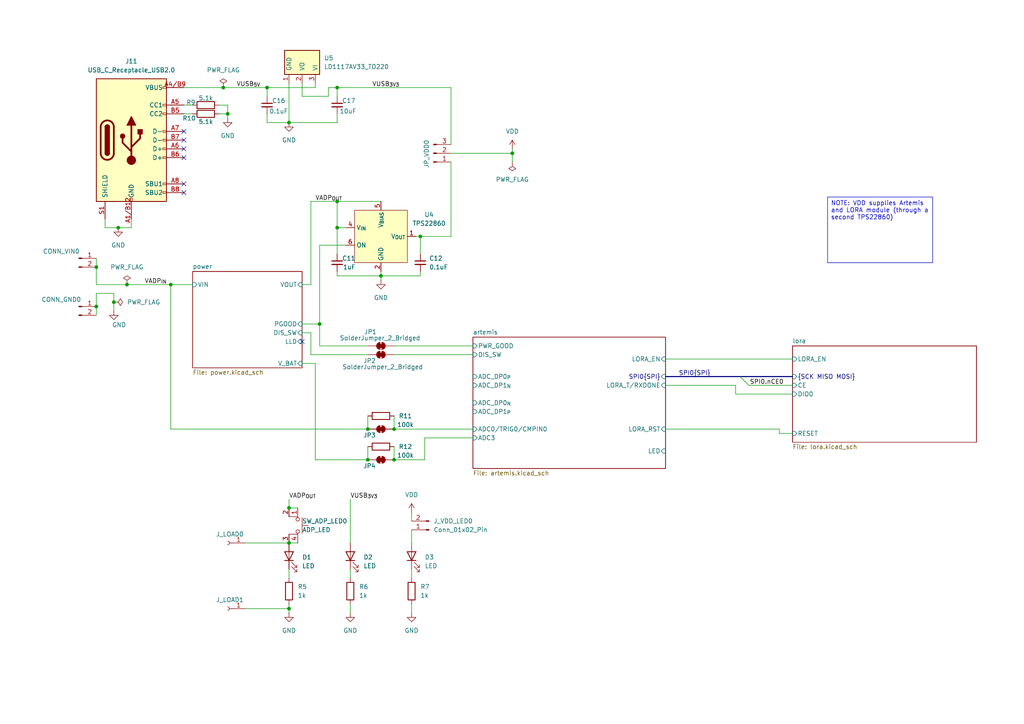
<source format=kicad_sch>
(kicad_sch (version 20231120) (generator "eeschema") (generator_version "8.0")
  (paper "A4")
  (lib_symbols
    (symbol "Connector:Conn_01x01_Socket" (pin_names (offset 1.016) hide)
      (property "Reference" "J" (at 0 2.54 0))
      (property "Value" "Conn_01x01_Socket" (at 0 -2.54 0))
      (symbol "Conn_01x01_Socket_1_1"
        (polyline (pts (xy -1.27 0) (xy -0.508 0)) (stroke (width 0.1524)))
        (arc (start 0 0.508) (mid -0.5058 0) (end 0 -0.508) (stroke (width 0.1524)))
        (pin passive line (at -5.08 0 0) (length 3.81) (name "Pin_1") (number "1"))
      )
    )
    (symbol "Connector:Conn_01x02_Pin" (pin_names (offset 1.016) hide)
      (property "Reference" "J" (at 0 2.54 0))
      (property "Value" "Conn_01x02_Pin" (at 0 -5.08 0))
      (symbol "Conn_01x02_Pin_1_1"
        (polyline (pts (xy 1.27 -2.54) (xy 0.8636 -2.54)) (stroke (width 0.1524)))
        (polyline (pts (xy 1.27 0) (xy 0.8636 0)) (stroke (width 0.1524)))
        (rectangle (start 0.8636 -2.413) (end 0 -2.667) (stroke (width 0.1524)) (fill (type outline)))
        (rectangle (start 0.8636 0.127) (end 0 -0.127) (stroke (width 0.1524)) (fill (type outline)))
        (pin passive line (at 5.08 0 180) (length 3.81) (name "Pin_1") (number "1"))
        (pin passive line (at 5.08 -2.54 180) (length 3.81) (name "Pin_2") (number "2"))
      )
    )
    (symbol "Connector:Conn_01x03_Pin" (pin_names (offset 1.016) hide)
      (property "Reference" "J" (at 0 5.08 0))
      (property "Value" "Conn_01x03_Pin" (at 0 -5.08 0))
      (symbol "Conn_01x03_Pin_1_1"
        (polyline (pts (xy 1.27 -2.54) (xy 0.8636 -2.54)) (stroke (width 0.1524)))
        (polyline (pts (xy 1.27 0) (xy 0.8636 0)) (stroke (width 0.1524)))
        (polyline (pts (xy 1.27 2.54) (xy 0.8636 2.54)) (stroke (width 0.1524)))
        (rectangle (start 0.8636 -2.413) (end 0 -2.667) (stroke (width 0.1524)) (fill (type outline)))
        (rectangle (start 0.8636 0.127) (end 0 -0.127) (stroke (width 0.1524)) (fill (type outline)))
        (rectangle (start 0.8636 2.667) (end 0 2.413) (stroke (width 0.1524)) (fill (type outline)))
        (pin passive line (at 5.08 2.54 180) (length 3.81) (name "Pin_1") (number "1"))
        (pin passive line (at 5.08 0 180) (length 3.81) (name "Pin_2") (number "2"))
        (pin passive line (at 5.08 -2.54 180) (length 3.81) (name "Pin_3") (number "3"))
      )
    )
    (symbol "Device:C_Small" (pin_numbers hide) (pin_names (offset 0.254) hide)
      (property "Reference" "C" (at 0.254 1.778 0))
      (property "Value" "C_Small" (at 0.254 -2.032 0))
      (symbol "C_Small_0_1"
        (polyline (pts (xy -1.524 -0.508) (xy 1.524 -0.508)) (stroke (width 0.3302)))
        (polyline (pts (xy -1.524 0.508) (xy 1.524 0.508)) (stroke (width 0.3048)))
      )
      (symbol "C_Small_1_1"
        (pin passive line (at 0 2.54 270) (length 2.032) (name "~") (number "1"))
        (pin passive line (at 0 -2.54 90) (length 2.032) (name "~") (number "2"))
      )
    )
    (symbol "Device:LED" (pin_numbers hide) (pin_names (offset 1.016) hide)
      (property "Reference" "D" (at 0 2.54 0))
      (property "Value" "LED" (at 0 -2.54 0))
      (symbol "LED_0_1"
        (polyline (pts (xy -1.27 -1.27) (xy -1.27 1.27)) (stroke (width 0.254)))
        (polyline (pts (xy -1.27 0) (xy 1.27 0)))
        (polyline (pts (xy 1.27 -1.27) (xy 1.27 1.27) (xy -1.27 0) (xy 1.27 -1.27)) (stroke (width 0.254)))
        (polyline (pts (xy -3.048 -0.762) (xy -4.572 -2.286) (xy -3.81 -2.286) (xy -4.572 -2.286) (xy -4.572 -1.524)))
        (polyline (pts (xy -1.778 -0.762) (xy -3.302 -2.286) (xy -2.54 -2.286) (xy -3.302 -2.286) (xy -3.302 -1.524)))
      )
      (symbol "LED_1_1"
        (pin passive line (at -3.81 0 0) (length 2.54) (name "K") (number "1"))
        (pin passive line (at 3.81 0 180) (length 2.54) (name "A") (number "2"))
      )
    )
    (symbol "Device:R" (pin_numbers hide) (pin_names (offset 0))
      (property "Reference" "R" (at 2.032 0 90))
      (property "Value" "R" (at 0 0 90))
      (symbol "R_0_1"
        (rectangle (start -1.016 -2.54) (end 1.016 2.54) (stroke (width 0.254)))
      )
      (symbol "R_1_1"
        (pin passive line (at 0 3.81 270) (length 1.27) (name "~") (number "1"))
        (pin passive line (at 0 -3.81 90) (length 1.27) (name "~") (number "2"))
      )
    )
    (symbol "Jumper:SolderJumper_2_Bridged" (pin_numbers hide) (pin_names (offset 0) hide) (exclude_from_sim yes) (in_bom no)
      (property "Reference" "JP" (at 0 2.032 0))
      (property "Value" "SolderJumper_2_Bridged" (at 0 -2.54 0))
      (symbol "SolderJumper_2_Bridged_0_1"
        (rectangle (start -0.508 0.508) (end 0.508 -0.508) (fill (type outline)))
        (arc (start -0.254 1.016) (mid -1.2656 0) (end -0.254 -1.016))
        (arc (start -0.254 1.016) (mid -1.2656 0) (end -0.254 -1.016) (fill (type outline)))
        (polyline (pts (xy -0.254 1.016) (xy -0.254 -1.016)))
        (polyline (pts (xy 0.254 1.016) (xy 0.254 -1.016)))
        (arc (start 0.254 -1.016) (mid 1.2656 0) (end 0.254 1.016))
        (arc (start 0.254 -1.016) (mid 1.2656 0) (end 0.254 1.016) (fill (type outline)))
      )
      (symbol "SolderJumper_2_Bridged_1_1"
        (pin passive line (at -3.81 0 0) (length 2.54) (name "A") (number "1"))
        (pin passive line (at 3.81 0 180) (length 2.54) (name "B") (number "2"))
      )
    )
    (symbol "Marcano_Connector:USB_C_Receptacle_USB2.0" (pin_names (offset 1.016))
      (property "Reference" "J" (at -10.16 19.05 0))
      (property "Value" "USB_C_Receptacle_USB2.0" (at 19.05 19.05 0))
      (symbol "USB_C_Receptacle_USB2.0_0_0"
        (rectangle (start -0.254 -17.78) (end 0.254 -16.764))
        (rectangle (start 10.16 -14.986) (end 9.144 -15.494))
        (rectangle (start 10.16 -12.446) (end 9.144 -12.954))
        (rectangle (start 10.16 -4.826) (end 9.144 -5.334))
        (rectangle (start 10.16 -2.286) (end 9.144 -2.794))
        (rectangle (start 10.16 0.254) (end 9.144 -0.254))
        (rectangle (start 10.16 2.794) (end 9.144 2.286))
        (rectangle (start 10.16 7.874) (end 9.144 7.366))
        (rectangle (start 10.16 10.414) (end 9.144 9.906))
        (rectangle (start 10.16 15.494) (end 9.144 14.986))
      )
      (symbol "USB_C_Receptacle_USB2.0_0_1"
        (rectangle (start -10.16 17.78) (end 10.16 -17.78) (stroke (width 0.254)) (fill (type background)))
        (arc (start -8.89 -3.81) (mid -6.985 -5.7067) (end -5.08 -3.81) (stroke (width 0.508)))
        (arc (start -7.62 -3.81) (mid -6.985 -4.4423) (end -6.35 -3.81) (stroke (width 0.254)))
        (arc (start -7.62 -3.81) (mid -6.985 -4.4423) (end -6.35 -3.81) (stroke (width 0.254)) (fill (type outline)))
        (rectangle (start -7.62 -3.81) (end -6.35 3.81) (stroke (width 0.254)) (fill (type outline)))
        (arc (start -6.35 3.81) (mid -6.985 4.4423) (end -7.62 3.81) (stroke (width 0.254)))
        (arc (start -6.35 3.81) (mid -6.985 4.4423) (end -7.62 3.81) (stroke (width 0.254)) (fill (type outline)))
        (arc (start -5.08 3.81) (mid -6.985 5.7067) (end -8.89 3.81) (stroke (width 0.508)))
        (circle (center -2.54 1.143) (radius 0.635) (stroke (width 0.254)) (fill (type outline)))
        (circle (center 0 -5.842) (radius 1.27) (fill (type outline)))
        (polyline (pts (xy -8.89 -3.81) (xy -8.89 3.81)) (stroke (width 0.508)))
        (polyline (pts (xy -5.08 3.81) (xy -5.08 -3.81)) (stroke (width 0.508)))
        (polyline (pts (xy 0 -5.842) (xy 0 4.318)) (stroke (width 0.508)))
        (polyline (pts (xy 0 -3.302) (xy -2.54 -0.762) (xy -2.54 0.508)) (stroke (width 0.508)))
        (polyline (pts (xy 0 -2.032) (xy 2.54 0.508) (xy 2.54 1.778)) (stroke (width 0.508)))
        (polyline (pts (xy -1.27 4.318) (xy 0 6.858) (xy 1.27 4.318) (xy -1.27 4.318)) (stroke (width 0.254)) (fill (type outline)))
        (rectangle (start 1.905 1.778) (end 3.175 3.048) (stroke (width 0.254)) (fill (type outline)))
      )
      (symbol "USB_C_Receptacle_USB2.0_1_1"
        (pin passive line (at 0 -22.86 90) (length 5.08) (name "GND") (number "A1/B12"))
        (pin passive line (at 0 -22.86 90) (length 5.08) hide (name "GND") (number "A12/B1"))
        (pin passive line (at 15.24 15.24 180) (length 5.08) (name "VBUS") (number "A4/B9"))
        (pin bidirectional line (at 15.24 10.16 180) (length 5.08) (name "CC1") (number "A5"))
        (pin bidirectional line (at 15.24 -2.54 180) (length 5.08) (name "D+") (number "A6"))
        (pin bidirectional line (at 15.24 2.54 180) (length 5.08) (name "D-") (number "A7"))
        (pin bidirectional line (at 15.24 -12.7 180) (length 5.08) (name "SBU1") (number "A8"))
        (pin passive line (at 15.24 15.24 180) (length 5.08) hide (name "VBUS") (number "A9/B4"))
        (pin bidirectional line (at 15.24 7.62 180) (length 5.08) (name "CC2") (number "B5"))
        (pin bidirectional line (at 15.24 -5.08 180) (length 5.08) (name "D+") (number "B6"))
        (pin bidirectional line (at 15.24 0 180) (length 5.08) (name "D-") (number "B7"))
        (pin bidirectional line (at 15.24 -15.24 180) (length 5.08) (name "SBU2") (number "B8"))
        (pin passive line (at -7.62 -22.86 90) (length 5.08) (name "SHIELD") (number "S1"))
      )
    )
    (symbol "Marcano_Voltage_Regulator:LD1117AV33_TO220" (pin_names (offset 1.016))
      (property "Reference" "U" (at -3.81 3.81 0))
      (property "Value" "LD1117AV33_TO220" (at 10.16 3.81 0))
      (symbol "LD1117AV33_TO220_1_1"
        (rectangle (start -5.08 -5.08) (end 5.08 1.905) (stroke (width 0.254)) (fill (type background)))
        (pin power_in line (at -3.81 -7.62 90) (length 2.54) (name "GND") (number "1"))
        (pin power_out line (at 0 -7.62 90) (length 2.54) (name "VO") (number "2"))
        (pin power_in line (at 3.81 -7.62 90) (length 2.54) (name "VI") (number "3"))
      )
    )
    (symbol "Marcano_Voltage_Regulator:TPS22860"
      (property "Reference" "U" (at 0 0 0))
      (property "Value" "TPS22860" (at -7.62 12.7 0))
      (symbol "TPS22860_1_1"
        (rectangle (start -7.62 7.62) (end 7.62 -7.62) (fill (type background)))
        (pin passive line (at 10.16 0 180) (length 2.54) (name "V_{OUT}") (number "1"))
        (pin power_in line (at 0 -10.16 90) (length 2.54) (name "GND") (number "2"))
        (pin no_connect line (at 10.16 -2.54 180) (length 2.54) hide (name "") (number "3"))
        (pin passive line (at -10.16 2.54 0) (length 2.54) (name "V_{IN}") (number "4"))
        (pin power_in line (at 0 10.16 270) (length 2.54) (name "V_{BIAS}") (number "5"))
        (pin input line (at -10.16 -2.54 0) (length 2.54) (name "ON") (number "6"))
      )
    )
    (symbol "Switch:SW_MEC_5E" (pin_names (offset 1.016) hide)
      (property "Reference" "SW" (at 0.635 5.715 0))
      (property "Value" "SW_MEC_5E" (at 0 -3.175 0))
      (symbol "SW_MEC_5E_0_1"
        (circle (center -1.778 2.54) (radius 0.508))
        (polyline (pts (xy -2.286 3.81) (xy 2.286 3.81)))
        (polyline (pts (xy 0 3.81) (xy 0 5.588)))
        (polyline (pts (xy -2.54 0) (xy -2.54 2.54) (xy -2.286 2.54)))
        (polyline (pts (xy 2.54 0) (xy 2.54 2.54) (xy 2.286 2.54)))
        (circle (center 1.778 2.54) (radius 0.508))
        (pin passive line (at -5.08 2.54 0) (length 2.54) (name "1") (number "1"))
        (pin passive line (at -5.08 0 0) (length 2.54) (name "2") (number "2"))
        (pin passive line (at 5.08 0 180) (length 2.54) (name "K") (number "3"))
        (pin passive line (at 5.08 2.54 180) (length 2.54) (name "A") (number "4"))
      )
    )
    (symbol "power:GND" (power) (pin_numbers hide) (pin_names (offset 0) hide)
      (property "Value" "GND" (at 0 -3.81 0))
      (symbol "GND_0_1"
        (polyline (pts (xy 0 0) (xy 0 -1.27) (xy 1.27 -1.27) (xy 0 -2.54) (xy -1.27 -1.27) (xy 0 -1.27)))
      )
      (symbol "GND_1_1"
        (pin power_in line (at 0 0 270) (length 0) (name "~") (number "1"))
      )
    )
    (symbol "power:PWR_FLAG" (power) (pin_numbers hide) (pin_names (offset 0) hide)
      (property "Value" "PWR_FLAG" (at 0 3.81 0))
      (symbol "PWR_FLAG_0_0"
        (pin power_out line (at 0 0 90) (length 0) (name "~") (number "1"))
      )
      (symbol "PWR_FLAG_0_1"
        (polyline (pts (xy 0 0) (xy 0 1.27) (xy -1.016 1.905) (xy 0 2.54) (xy 1.016 1.905) (xy 0 1.27)))
      )
    )
    (symbol "power:VDD" (power) (pin_numbers hide) (pin_names (offset 0) hide)
      (property "Value" "VDD" (at 0 3.556 0))
      (symbol "VDD_0_1"
        (polyline (pts (xy -0.762 1.27) (xy 0 2.54)))
        (polyline (pts (xy 0 0) (xy 0 2.54)))
        (polyline (pts (xy 0 2.54) (xy 0.762 1.27)))
      )
      (symbol "VDD_1_1"
        (pin power_in line (at 0 0 90) (length 0) (name "~") (number "1"))
      )
    )
  )
  (junction (at 83.82 147.32))
  (junction (at 36.83 82.55))
  (junction (at 148.59 44.45))
  (junction (at 83.82 35.56))
  (junction (at 64.77 25.4))
  (junction (at 106.68 133.35))
  (junction (at 92.71 93.98))
  (junction (at 83.82 157.48))
  (junction (at 110.49 80.01))
  (junction (at 27.94 77.47))
  (junction (at 114.3 124.46))
  (junction (at 83.82 176.53))
  (junction (at 33.02 87.63))
  (junction (at 97.79 66.04))
  (junction (at 97.79 58.42))
  (junction (at 66.04 33.02))
  (junction (at 114.3 133.35))
  (junction (at 77.47 25.4))
  (junction (at 121.92 68.58))
  (junction (at 34.29 66.04))
  (junction (at 106.68 124.46))
  (junction (at 97.79 25.4))
  (junction (at 27.94 88.9))
  (junction (at 49.53 82.55))
  (no_connect (at 53.34 40.64))
  (no_connect (at 53.34 43.18))
  (no_connect (at 87.63 99.06))
  (no_connect (at 53.34 38.1))
  (no_connect (at 53.34 53.34))
  (no_connect (at 53.34 55.88))
  (no_connect (at 53.34 45.72))
  (bus_entry (at 214.63 109.22) (size 2.54 2.54))
  (wire (pts (xy 110.49 80.01) (xy 121.92 80.01)))
  (wire (pts (xy 92.71 100.33) (xy 106.68 100.33)))
  (wire (pts (xy 114.3 120.65) (xy 114.3 124.46)))
  (wire (pts (xy 106.68 120.65) (xy 106.68 124.46)))
  (wire (pts (xy 97.79 58.42) (xy 110.49 58.42)))
  (wire (pts (xy 63.5 30.48) (xy 66.04 30.48)))
  (wire (pts (xy 83.82 35.56) (xy 97.79 35.56)))
  (bus (pts (xy 193.04 109.22) (xy 214.63 109.22)))
  (wire (pts (xy 77.47 25.4) (xy 77.47 27.94)))
  (wire (pts (xy 77.47 35.56) (xy 83.82 35.56)))
  (wire (pts (xy 226.06 124.46) (xy 226.06 125.73)))
  (wire (pts (xy 114.3 129.54) (xy 114.3 133.35)))
  (wire (pts (xy 33.02 85.09) (xy 33.02 87.63)))
  (wire (pts (xy 83.82 147.32) (xy 86.36 147.32)))
  (wire (pts (xy 95.25 25.4) (xy 97.79 25.4)))
  (wire (pts (xy 83.82 165.1) (xy 83.82 167.64)))
  (wire (pts (xy 92.71 71.12) (xy 92.71 93.98)))
  (wire (pts (xy 130.81 46.99) (xy 130.81 68.58)))
  (wire (pts (xy 30.48 66.04) (xy 34.29 66.04)))
  (wire (pts (xy 101.6 175.26) (xy 101.6 177.8)))
  (wire (pts (xy 106.68 129.54) (xy 106.68 133.35)))
  (wire (pts (xy 120.65 68.58) (xy 121.92 68.58)))
  (wire (pts (xy 119.38 175.26) (xy 119.38 177.8)))
  (wire (pts (xy 121.92 68.58) (xy 121.92 73.66)))
  (wire (pts (xy 53.34 33.02) (xy 55.88 33.02)))
  (wire (pts (xy 110.49 80.01) (xy 110.49 78.74)))
  (wire (pts (xy 87.63 82.55) (xy 90.17 82.55)))
  (wire (pts (xy 71.12 176.53) (xy 83.82 176.53)))
  (wire (pts (xy 121.92 78.74) (xy 121.92 80.01)))
  (wire (pts (xy 83.82 157.48) (xy 71.12 157.48)))
  (wire (pts (xy 130.81 25.4) (xy 130.81 41.91)))
  (wire (pts (xy 119.38 153.67) (xy 119.38 157.48)))
  (wire (pts (xy 34.29 66.04) (xy 38.1 66.04)))
  (wire (pts (xy 53.34 25.4) (xy 64.77 25.4)))
  (wire (pts (xy 27.94 88.9) (xy 27.94 85.09)))
  (wire (pts (xy 63.5 33.02) (xy 66.04 33.02)))
  (wire (pts (xy 110.49 80.01) (xy 97.79 80.01)))
  (wire (pts (xy 30.48 63.5) (xy 30.48 66.04)))
  (wire (pts (xy 114.3 100.33) (xy 137.16 100.33)))
  (wire (pts (xy 114.3 133.35) (xy 123.19 133.35)))
  (wire (pts (xy 91.44 133.35) (xy 106.68 133.35)))
  (wire (pts (xy 66.04 30.48) (xy 66.04 33.02)))
  (wire (pts (xy 130.81 44.45) (xy 148.59 44.45)))
  (wire (pts (xy 87.63 96.52) (xy 90.17 96.52)))
  (wire (pts (xy 97.79 66.04) (xy 97.79 73.66)))
  (wire (pts (xy 193.04 124.46) (xy 226.06 124.46)))
  (wire (pts (xy 90.17 96.52) (xy 90.17 102.87)))
  (wire (pts (xy 77.47 25.4) (xy 91.44 25.4)))
  (wire (pts (xy 137.16 102.87) (xy 114.3 102.87)))
  (wire (pts (xy 83.82 176.53) (xy 83.82 177.8)))
  (wire (pts (xy 83.82 157.48) (xy 86.36 157.48)))
  (wire (pts (xy 213.36 114.3) (xy 229.87 114.3)))
  (wire (pts (xy 101.6 144.78) (xy 101.6 157.48)))
  (wire (pts (xy 100.33 71.12) (xy 92.71 71.12)))
  (wire (pts (xy 33.02 87.63) (xy 33.02 90.17)))
  (wire (pts (xy 92.71 93.98) (xy 92.71 100.33)))
  (wire (pts (xy 38.1 66.04) (xy 38.1 63.5)))
  (wire (pts (xy 83.82 144.78) (xy 83.82 147.32)))
  (wire (pts (xy 114.3 124.46) (xy 137.16 124.46)))
  (wire (pts (xy 77.47 33.02) (xy 77.47 35.56)))
  (wire (pts (xy 87.63 27.94) (xy 95.25 27.94)))
  (wire (pts (xy 87.63 24.13) (xy 87.63 27.94)))
  (wire (pts (xy 27.94 85.09) (xy 33.02 85.09)))
  (wire (pts (xy 106.68 124.46) (xy 49.53 124.46)))
  (wire (pts (xy 121.92 68.58) (xy 130.81 68.58)))
  (wire (pts (xy 97.79 25.4) (xy 130.81 25.4)))
  (wire (pts (xy 90.17 58.42) (xy 97.79 58.42)))
  (wire (pts (xy 27.94 82.55) (xy 36.83 82.55)))
  (wire (pts (xy 123.19 133.35) (xy 123.19 127)))
  (wire (pts (xy 83.82 24.13) (xy 83.82 35.56)))
  (wire (pts (xy 66.04 33.02) (xy 66.04 34.29)))
  (wire (pts (xy 97.79 25.4) (xy 97.79 27.94)))
  (wire (pts (xy 97.79 33.02) (xy 97.79 35.56)))
  (wire (pts (xy 87.63 93.98) (xy 92.71 93.98)))
  (wire (pts (xy 193.04 104.14) (xy 229.87 104.14)))
  (bus (pts (xy 229.87 109.22) (xy 214.63 109.22)))
  (wire (pts (xy 27.94 74.93) (xy 27.94 77.47)))
  (wire (pts (xy 101.6 165.1) (xy 101.6 167.64)))
  (wire (pts (xy 97.79 66.04) (xy 100.33 66.04)))
  (wire (pts (xy 226.06 125.73) (xy 229.87 125.73)))
  (wire (pts (xy 27.94 88.9) (xy 27.94 91.44)))
  (wire (pts (xy 53.34 30.48) (xy 55.88 30.48)))
  (wire (pts (xy 123.19 127) (xy 137.16 127)))
  (wire (pts (xy 97.79 80.01) (xy 97.79 78.74)))
  (wire (pts (xy 148.59 43.18) (xy 148.59 44.45)))
  (wire (pts (xy 217.17 111.76) (xy 229.87 111.76)))
  (wire (pts (xy 91.44 25.4) (xy 91.44 24.13)))
  (wire (pts (xy 193.04 111.76) (xy 213.36 111.76)))
  (wire (pts (xy 119.38 165.1) (xy 119.38 167.64)))
  (wire (pts (xy 119.38 148.59) (xy 119.38 151.13)))
  (wire (pts (xy 49.53 82.55) (xy 55.88 82.55)))
  (wire (pts (xy 90.17 82.55) (xy 90.17 58.42)))
  (wire (pts (xy 90.17 102.87) (xy 106.68 102.87)))
  (wire (pts (xy 64.77 25.4) (xy 77.47 25.4)))
  (wire (pts (xy 91.44 105.41) (xy 91.44 133.35)))
  (wire (pts (xy 83.82 175.26) (xy 83.82 176.53)))
  (wire (pts (xy 97.79 58.42) (xy 97.79 66.04)))
  (wire (pts (xy 87.63 105.41) (xy 91.44 105.41)))
  (wire (pts (xy 148.59 44.45) (xy 148.59 46.99)))
  (wire (pts (xy 27.94 77.47) (xy 27.94 82.55)))
  (wire (pts (xy 49.53 124.46) (xy 49.53 82.55)))
  (wire (pts (xy 213.36 111.76) (xy 213.36 114.3)))
  (wire (pts (xy 95.25 27.94) (xy 95.25 25.4)))
  (wire (pts (xy 110.49 81.28) (xy 110.49 80.01)))
  (wire (pts (xy 36.83 82.55) (xy 49.53 82.55)))
  (text_box "NOTE: VDD supplies Artemis and LORA module (through a second TPS22860)" (at 240.03 57.15 0) (size 30.48 19.05) (effects (font (size 1.27 1.27)) (justify left top)))
  (label "VADP_{OUT}" (at 83.82 144.78 0))
  (label "VADP_{OUT}" (at 91.44 58.42 0))
  (label "VUSB_{3V3}" (at 101.6 144.78 0))
  (label "SPI0{SPI}" (at 196.85 109.22 0))
  (label "VUSB_{5V}" (at 68.58 25.4 0))
  (label "VADP_{IN}" (at 41.91 82.55 0))
  (label "VUSB_{3V3}" (at 107.95 25.4 0))
  (label "SPI0.nCE0" (at 227.33 111.76 180))
  (symbol (lib_id "power:GND") (at 83.82 35.56 0) (unit 1)
    (property "Reference" "#PWR045" (effects (hide yes)))
    (property "Value" "GND" (at 83.82 40.64 0))
    (property "Description" "Power symbol creates a global label with name \"GND\" , ground" (effects (hide yes)))
  )
  (symbol (lib_id "Device:R") (at 59.69 33.02 90) (unit 1)
    (property "Reference" "R10" (at 54.864 34.29 90))
    (property "Value" "5.1k" (at 59.69 35.306 90))
    (property "Footprint" "Resistor_SMD:R_0603_1608Metric_Pad0.98x0.95mm_HandSolder" (effects (hide yes)))
    (property "Description" "Resistor" (effects (hide yes)))
  )
  (symbol (lib_id "power:VDD") (at 119.38 148.59 0) (unit 1)
    (property "Reference" "#PWR040" (effects (hide yes)))
    (property "Value" "VDD" (at 119.38 143.51 0))
    (property "Description" "Power symbol creates a global label with name \"VDD\"" (effects (hide yes)))
  )
  (symbol (lib_id "power:VDD") (at 148.59 43.18 0) (unit 1)
    (property "Reference" "#PWR037" (effects (hide yes)))
    (property "Value" "VDD" (at 148.59 38.1 0))
    (property "Description" "Power symbol creates a global label with name \"VDD\"" (effects (hide yes)))
  )
  (symbol (lib_id "power:PWR_FLAG") (at 64.77 25.4 0) (unit 1)
    (property "Reference" "#FLG010" (effects (hide yes)))
    (property "Value" "PWR_FLAG" (at 64.77 20.32 0))
    (property "Description" "Special symbol for telling ERC where power comes from" (effects (hide yes)))
  )
  (symbol (lib_id "power:GND") (at 101.6 177.8 0) (unit 1)
    (property "Reference" "#PWR019" (effects (hide yes)))
    (property "Value" "GND" (at 101.6 182.88 0))
    (property "Description" "Power symbol creates a global label with name \"GND\" , ground" (effects (hide yes)))
  )
  (symbol (lib_id "power:GND") (at 119.38 177.8 0) (unit 1)
    (property "Reference" "#PWR039" (effects (hide yes)))
    (property "Value" "GND" (at 119.38 182.88 0))
    (property "Description" "Power symbol creates a global label with name \"GND\" , ground" (effects (hide yes)))
  )
  (symbol (lib_id "Jumper:SolderJumper_2_Bridged") (at 110.49 133.35 0) (unit 1) (exclude_from_sim yes) (in_bom no)
    (property "Reference" "JP4" (at 107.188 135.128 0))
    (property "Value" "SolderJumper_2_Bridged" (effects (hide yes)))
    (property "Footprint" "Jumper:SolderJumper-2_P1.3mm_Bridged_RoundedPad1.0x1.5mm" (effects (hide yes)))
    (property "Description" "Solder Jumper, 2-pole, closed/bridged" (effects (hide yes)))
  )
  (symbol (lib_id "Connector:Conn_01x01_Socket") (at 66.04 176.53 180) (unit 1)
    (property "Reference" "J_LOAD1" (at 66.675 173.99 0))
    (property "Value" "Conn_01x01_Socket" (effects (hide yes)))
    (property "Footprint" "Connector_PinSocket_2.54mm:PinSocket_1x01_P2.54mm_Vertical" (effects (hide yes)))
    (property "Description" "Generic connector, single row, 01x01, script generated" (effects (hide yes)))
  )
  (symbol (lib_id "Device:LED") (at 119.38 161.29 90) (unit 1)
    (property "Reference" "D3" (at 123.19 161.6074 90) (effects (justify right)))
    (property "Value" "LED" (at 123.19 164.1474 90) (effects (justify right)))
    (property "Footprint" "LED_SMD:LED_0603_1608Metric_Pad1.05x0.95mm_HandSolder" (effects (hide yes)))
    (property "Description" "Light emitting diode" (effects (hide yes)))
  )
  (symbol (lib_id "power:GND") (at 66.04 34.29 0) (unit 1)
    (property "Reference" "#PWR043" (effects (hide yes)))
    (property "Value" "GND" (at 66.04 39.37 0))
    (property "Description" "Power symbol creates a global label with name \"GND\" , ground" (effects (hide yes)))
  )
  (symbol (lib_id "Device:C_Small") (at 77.47 30.48 0) (mirror y) (unit 1)
    (property "Reference" "C16" (at 82.804 29.21 0) (effects (justify left)))
    (property "Value" "0.1uF" (at 83.566 32.258 0) (effects (justify left)))
    (property "Footprint" "Capacitor_SMD:C_0603_1608Metric_Pad1.08x0.95mm_HandSolder" (effects (hide yes)))
    (property "Description" "Unpolarized capacitor, small symbol" (effects (hide yes)))
  )
  (symbol (lib_id "Device:LED") (at 83.82 161.29 90) (unit 1)
    (property "Reference" "D1" (at 87.63 161.6074 90) (effects (justify right)))
    (property "Value" "LED" (at 87.63 164.1474 90) (effects (justify right)))
    (property "Footprint" "LED_SMD:LED_0603_1608Metric_Pad1.05x0.95mm_HandSolder" (effects (hide yes)))
    (property "Description" "Light emitting diode" (effects (hide yes)))
  )
  (symbol (lib_id "Device:R") (at 83.82 171.45 0) (unit 1)
    (property "Reference" "R5" (at 86.36 170.1799 0) (effects (justify left)))
    (property "Value" "1k" (at 86.36 172.7199 0) (effects (justify left)))
    (property "Footprint" "Resistor_SMD:R_0603_1608Metric_Pad0.98x0.95mm_HandSolder" (effects (hide yes)))
    (property "Description" "Resistor" (effects (hide yes)))
  )
  (symbol (lib_id "Jumper:SolderJumper_2_Bridged") (at 110.49 100.33 0) (unit 1) (exclude_from_sim yes) (in_bom no)
    (property "Reference" "JP1" (at 107.442 96.266 0))
    (property "Value" "SolderJumper_2_Bridged" (at 110.236 98.044 0))
    (property "Footprint" "Jumper:SolderJumper-2_P1.3mm_Bridged_RoundedPad1.0x1.5mm" (effects (hide yes)))
    (property "Description" "Solder Jumper, 2-pole, closed/bridged" (effects (hide yes)))
  )
  (symbol (lib_id "Connector:Conn_01x01_Socket") (at 66.04 157.48 180) (unit 1)
    (property "Reference" "J_LOAD0" (at 66.675 154.94 0))
    (property "Value" "Conn_01x01_Socket" (effects (hide yes)))
    (property "Footprint" "Connector_PinSocket_2.54mm:PinSocket_1x01_P2.54mm_Vertical" (effects (hide yes)))
    (property "Description" "Generic connector, single row, 01x01, script generated" (effects (hide yes)))
  )
  (symbol (lib_id "power:GND") (at 34.29 66.04 0) (unit 1)
    (property "Reference" "#PWR024" (effects (hide yes)))
    (property "Value" "GND" (at 34.29 71.12 0))
    (property "Description" "Power symbol creates a global label with name \"GND\" , ground" (effects (hide yes)))
  )
  (symbol (lib_id "Switch:SW_MEC_5E") (at 83.82 152.4 270) (unit 1)
    (property "Reference" "SW_ADP_LED0" (at 87.63 151.1299 90) (effects (justify left)))
    (property "Value" "ADP_LED" (at 87.63 153.6699 90) (effects (justify left)))
    (property "Footprint" "0JV_CPM_Footprints:SMT_FS_PTS526" (effects (hide yes)))
    (property "Datasheet" "https://www.digikey.com/en/products/detail/c-k/PTS526-SK15-SMTR2-LFS/10056626" (effects (hide yes)))
    (property "Description" "Push button switch, generic, two pins" (effects (hide yes)))
    (property "Digikey PN" "CKN12221-1-ND" (effects (hide yes)))
    (property "PN" "PTS526 SK15 SMTR2 LFS" (effects (hide yes)))
  )
  (symbol (lib_id "Jumper:SolderJumper_2_Bridged") (at 110.49 124.46 0) (unit 1) (exclude_from_sim yes) (in_bom no)
    (property "Reference" "JP3" (at 107.188 126.238 0))
    (property "Value" "SolderJumper_2_Bridged" (effects (hide yes)))
    (property "Footprint" "Jumper:SolderJumper-2_P1.3mm_Bridged_RoundedPad1.0x1.5mm" (effects (hide yes)))
    (property "Description" "Solder Jumper, 2-pole, closed/bridged" (effects (hide yes)))
  )
  (symbol (lib_id "Device:R") (at 119.38 171.45 0) (unit 1)
    (property "Reference" "R7" (at 121.92 170.1799 0) (effects (justify left)))
    (property "Value" "1k" (at 121.92 172.7199 0) (effects (justify left)))
    (property "Footprint" "Resistor_SMD:R_0603_1608Metric_Pad0.98x0.95mm_HandSolder" (effects (hide yes)))
    (property "Description" "Resistor" (effects (hide yes)))
  )
  (symbol (lib_id "power:PWR_FLAG") (at 36.83 82.55 0) (unit 1)
    (property "Reference" "#FLG02" (effects (hide yes)))
    (property "Value" "PWR_FLAG" (at 36.83 77.47 0))
    (property "Description" "Special symbol for telling ERC where power comes from" (effects (hide yes)))
  )
  (symbol (lib_id "Device:C_Small") (at 97.79 30.48 0) (mirror y) (unit 1)
    (property "Reference" "C17" (at 103.124 29.21 0) (effects (justify left)))
    (property "Value" "10uF" (at 103.378 32.258 0) (effects (justify left)))
    (property "Footprint" "Capacitor_SMD:C_0603_1608Metric_Pad1.08x0.95mm_HandSolder" (effects (hide yes)))
    (property "Description" "Unpolarized capacitor, small symbol" (effects (hide yes)))
  )
  (symbol (lib_id "power:GND") (at 83.82 177.8 0) (unit 1)
    (property "Reference" "#PWR018" (effects (hide yes)))
    (property "Value" "GND" (at 83.82 182.88 0))
    (property "Description" "Power symbol creates a global label with name \"GND\" , ground" (effects (hide yes)))
  )
  (symbol (lib_id "Device:C_Small") (at 121.92 76.2 0) (unit 1)
    (property "Reference" "C12" (at 124.46 74.9362 0) (effects (justify left)))
    (property "Value" "0.1uF" (at 124.46 77.4762 0) (effects (justify left)))
    (property "Footprint" "Capacitor_SMD:C_0603_1608Metric_Pad1.08x0.95mm_HandSolder" (effects (hide yes)))
    (property "Description" "Unpolarized capacitor, small symbol" (effects (hide yes)))
  )
  (symbol (lib_id "Marcano_Voltage_Regulator:LD1117AV33_TO220") (at 87.63 16.51 0) (unit 1)
    (property "Reference" "U5" (at 93.98 16.8274 0) (effects (justify left)))
    (property "Value" "LD1117AV33_TO220" (at 93.98 19.3674 0) (effects (justify left)))
    (property "Footprint" "Package_TO_SOT_THT:TO-220-3_Horizontal_TabDown" (effects (hide yes)))
    (property "Datasheet" "https://www.st.com/content/ccc/resource/technical/document/datasheet/a5/c3/3f/c9/2b/15/40/49/CD00002116.pdf/files/CD00002116.pdf/jcr:content/translations/en.CD00002116.pdf" (effects (hide yes)))
  )
  (symbol (lib_id "power:PWR_FLAG") (at 148.59 46.99 180) (unit 1)
    (property "Reference" "#FLG05" (effects (hide yes)))
    (property "Value" "PWR_FLAG" (at 148.59 52.07 0))
    (property "Description" "Special symbol for telling ERC where power comes from" (effects (hide yes)))
  )
  (symbol (lib_id "Device:R") (at 59.69 30.48 90) (unit 1)
    (property "Reference" "R9" (at 55.372 29.718 90))
    (property "Value" "5.1k" (at 59.69 28.448 90))
    (property "Footprint" "Resistor_SMD:R_0603_1608Metric_Pad0.98x0.95mm_HandSolder" (effects (hide yes)))
    (property "Description" "Resistor" (effects (hide yes)))
  )
  (symbol (lib_id "Device:R") (at 101.6 171.45 0) (unit 1)
    (property "Reference" "R6" (at 104.14 170.1799 0) (effects (justify left)))
    (property "Value" "1k" (at 104.14 172.7199 0) (effects (justify left)))
    (property "Footprint" "Resistor_SMD:R_0603_1608Metric_Pad0.98x0.95mm_HandSolder" (effects (hide yes)))
    (property "Description" "Resistor" (effects (hide yes)))
  )
  (symbol (lib_id "Connector:Conn_01x02_Pin") (at 22.86 88.9 0) (unit 1)
    (property "Reference" "CONN_GND0" (at 17.78 86.868 0))
    (property "Value" "Conn_01x02_Pin" (effects (hide yes)))
    (property "Footprint" "Connector_PinHeader_2.54mm:PinHeader_1x02_P2.54mm_Vertical" (effects (hide yes)))
    (property "Description" "Generic connector, single row, 01x02, script generated" (effects (hide yes)))
  )
  (symbol (lib_id "Marcano_Connector:USB_C_Receptacle_USB2.0") (at 38.1 40.64 0) (unit 1)
    (property "Reference" "J11" (at 38.1 17.78 0))
    (property "Value" "USB_C_Receptacle_USB2.0" (at 38.1 20.32 0))
    (property "Footprint" "0JV_CPM_Footprints:USB4105-GF-A" (effects (hide yes)))
    (property "Datasheet" "https://www.digikey.com/en/products/detail/gct/USB4105-GF-A/11198441" (effects (hide yes)))
    (property "Description" "USB 2.0-only Type-C Receptacle connector" (effects (hide yes)))
    (property "PN" "USB4105-GF-A" (effects (hide yes)))
    (property "Digikey PN" "2073-USB4105-GF-ACT-ND" (effects (hide yes)))
  )
  (symbol (lib_id "Device:R") (at 110.49 120.65 90) (unit 1)
    (property "Reference" "R11" (at 117.602 120.65 90))
    (property "Value" "100k" (at 117.602 123.19 90))
    (property "Footprint" "Resistor_SMD:R_0603_1608Metric_Pad0.98x0.95mm_HandSolder" (effects (hide yes)))
    (property "Description" "Resistor" (effects (hide yes)))
  )
  (symbol (lib_id "Device:R") (at 110.49 129.54 90) (unit 1)
    (property "Reference" "R12" (at 117.602 129.54 90))
    (property "Value" "100k" (at 117.602 132.08 90))
    (property "Footprint" "Resistor_SMD:R_0603_1608Metric_Pad0.98x0.95mm_HandSolder" (effects (hide yes)))
    (property "Description" "Resistor" (effects (hide yes)))
  )
  (symbol (lib_id "power:GND") (at 110.49 81.28 0) (unit 1)
    (property "Reference" "#PWR036" (effects (hide yes)))
    (property "Value" "GND" (at 110.49 86.36 0))
    (property "Description" "Power symbol creates a global label with name \"GND\" , ground" (effects (hide yes)))
  )
  (symbol (lib_id "power:PWR_FLAG") (at 33.02 87.63 270) (unit 1)
    (property "Reference" "#FLG01" (effects (hide yes)))
    (property "Value" "PWR_FLAG" (at 36.83 87.6299 90) (effects (justify left)))
    (property "Description" "Special symbol for telling ERC where power comes from" (effects (hide yes)))
  )
  (symbol (lib_id "Device:LED") (at 101.6 161.29 90) (unit 1)
    (property "Reference" "D2" (at 105.41 161.6074 90) (effects (justify right)))
    (property "Value" "LED" (at 105.41 164.1474 90) (effects (justify right)))
    (property "Footprint" "LED_SMD:LED_0603_1608Metric_Pad1.05x0.95mm_HandSolder" (effects (hide yes)))
    (property "Description" "Light emitting diode" (effects (hide yes)))
  )
  (symbol (lib_id "Connector:Conn_01x03_Pin") (at 125.73 44.45 0) (mirror x) (unit 1)
    (property "Reference" "JP_VDD0" (at 123.698 48.768 90) (effects (justify right)))
    (property "Value" "Conn_01x03_Pin" (effects (hide yes)))
    (property "Footprint" "Connector_PinHeader_2.54mm:PinHeader_1x03_P2.54mm_Vertical" (effects (hide yes)))
    (property "Description" "Generic connector, single row, 01x03, script generated" (effects (hide yes)))
  )
  (symbol (lib_id "power:GND") (at 33.02 90.17 0) (unit 1)
    (property "Reference" "#PWR01" (effects (hide yes)))
    (property "Value" "GND" (at 34.544 94.234 0))
    (property "Description" "Power symbol creates a global label with name \"GND\" , ground" (effects (hide yes)))
  )
  (symbol (lib_id "Connector:Conn_01x02_Pin") (at 22.86 74.93 0) (unit 1)
    (property "Reference" "CONN_VIN0" (at 17.78 72.898 0))
    (property "Value" "Conn_01x02_Pin" (effects (hide yes)))
    (property "Footprint" "Connector_PinHeader_2.54mm:PinHeader_1x02_P2.54mm_Vertical" (effects (hide yes)))
    (property "Description" "Generic connector, single row, 01x02, script generated" (effects (hide yes)))
  )
  (symbol (lib_id "Marcano_Voltage_Regulator:TPS22860") (at 110.49 68.58 0) (unit 1)
    (property "Reference" "U4" (at 124.46 62.2614 0))
    (property "Value" "TPS22860" (at 124.46 64.8014 0))
    (property "Footprint" "Package_TO_SOT_SMD:SOT-23-6" (effects (hide yes)))
    (property "Datasheet" "https://www.ti.com/lit/ds/symlink/tps22860.pdf" (effects (hide yes)))
    (property "Description" "Low leakage Power Switch" (effects (hide yes)))
    (property "PN" "TPS22860DBVR" (effects (hide yes)))
    (property "Digikey PN" "296-43982-1-ND " (effects (hide yes)))
  )
  (symbol (lib_id "Jumper:SolderJumper_2_Bridged") (at 110.49 102.87 0) (unit 1) (exclude_from_sim yes) (in_bom no)
    (property "Reference" "JP2" (at 107.188 104.648 0))
    (property "Value" "SolderJumper_2_Bridged" (at 110.998 106.426 0))
    (property "Footprint" "Jumper:SolderJumper-2_P1.3mm_Bridged_RoundedPad1.0x1.5mm" (effects (hide yes)))
    (property "Description" "Solder Jumper, 2-pole, closed/bridged" (effects (hide yes)))
  )
  (symbol (lib_id "Device:C_Small") (at 97.79 76.2 0) (mirror y) (unit 1)
    (property "Reference" "C11" (at 103.124 74.93 0) (effects (justify left)))
    (property "Value" "1uF" (at 103.124 77.47 0) (effects (justify left)))
    (property "Footprint" "Capacitor_SMD:C_0603_1608Metric_Pad1.08x0.95mm_HandSolder" (effects (hide yes)))
    (property "Description" "Unpolarized capacitor, small symbol" (effects (hide yes)))
  )
  (symbol (lib_id "Connector:Conn_01x02_Pin") (at 124.46 153.67 180) (unit 1)
    (property "Reference" "J_VDD_LED0" (at 125.73 151.1299 0) (effects (justify right)))
    (property "Value" "Conn_01x02_Pin" (at 125.73 153.6699 0) (effects (justify right)))
    (property "Footprint" "Connector_PinHeader_2.54mm:PinHeader_1x02_P2.54mm_Vertical" (effects (hide yes)))
    (property "Description" "Generic connector, single row, 01x02, script generated" (effects (hide yes)))
  )
  (sheet (at 55.88 78.74) (size 31.75 27.94) (stroke (width 0.1524))
    (property "Sheetname" "power" (at 55.88 78.0284 0) (effects (justify left bottom)))
    (property "Sheetfile" "power.kicad_sch" (at 55.88 107.2646 0) (effects (justify left top)))
    (pin "PGOOD" input (at 87.63 93.98 0))
    (pin "DIS_SW" input (at 87.63 96.52 0))
    (pin "LLD" input (at 87.63 99.06 0))
    (pin "VOUT" input (at 87.63 82.55 0))
    (pin "VIN" input (at 55.88 82.55 180))
    (pin "V_BAT" input (at 87.63 105.41 0))
  )
  (sheet (at 137.16 97.79) (size 55.88 38.1) (stroke (width 0.1524))
    (property "Sheetname" "artemis" (at 137.16 97.0784 0) (effects (justify left bottom)))
    (property "Sheetfile" "artemis.kicad_sch" (at 137.16 136.4746 0) (effects (justify left top)))
    (pin "ADC_DP0_{P}" input (at 137.16 109.22 180))
    (pin "ADC_DP1_{N}" input (at 137.16 111.76 180))
    (pin "ADC_DP0_{N}" input (at 137.16 116.84 180))
    (pin "ADC_DP1_{P}" input (at 137.16 119.38 180))
    (pin "ADC0{slash}TRIG0{slash}CMPIN0" input (at 137.16 124.46 180))
    (pin "ADC3" input (at 137.16 127 180))
    (pin "PWR_GOOD" input (at 137.16 100.33 180))
    (pin "LORA_EN" input (at 193.04 104.14 0))
    (pin "DIS_SW" input (at 137.16 102.87 180))
    (pin "LORA_T{slash}RXDONE" input (at 193.04 111.76 0))
    (pin "SPI0{SPI}" input (at 193.04 109.22 0))
    (pin "LED" input (at 193.04 130.81 0))
    (pin "LORA_RST" input (at 193.04 124.46 0))
  )
  (sheet (at 229.87 100.33) (size 53.34 27.94) (stroke (width 0.1524))
    (property "Sheetname" "lora" (at 229.87 99.6184 0) (effects (justify left bottom)))
    (property "Sheetfile" "lora.kicad_sch" (at 229.87 128.8546 0) (effects (justify left top)))
    (pin "DIO0" input (at 229.87 114.3 180))
    (pin "LORA_EN" input (at 229.87 104.14 180))
    (pin "{SCK MISO MOSI}" input (at 229.87 109.22 180))
    (pin "RESET" input (at 229.87 125.73 180))
    (pin "CE" input (at 229.87 111.76 180))
  )
)
</source>
